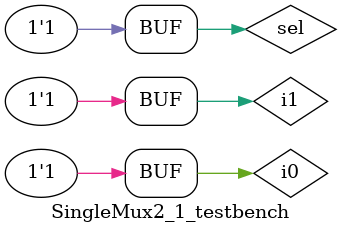
<source format=sv>
module SingleMux2_1(out, i1, i0, sel);     
      output out;        
      input i1, i0, sel;       
      
		wire notSel, i0AndNotSel, i1AndSel;
		
		not #50 n0 (notSel, sel);
		and #50 a0 (i0AndNotSel, i0, notSel);
		and #50 a1 (i1AndSel, i1, sel);
		or #50 or1 (out, i0AndNotSel, i1AndSel);
endmodule


module SingleMux2_1_testbench();     
      reg i0, i1, sel;   
      wire out;    
      SingleMux2_1 dut (.out, .i1, .i0, .sel);   
 initial begin  
            sel=0; i0=0; i1=0; #5000;        
            sel=0; i0=0; i1=1; #5000;        
            sel=0; i0=1; i1=0; #5000;        
            sel=0; i0=1; i1=1; #5000;        
            sel=1; i0=0; i1=0; #5000;        
            sel=1; i0=0; i1=1; #5000;        
            sel=1; i0=1; i1=0; #5000;        
            sel=1; i0=1; i1=1; #5000;        
 end  
endmodule 
</source>
